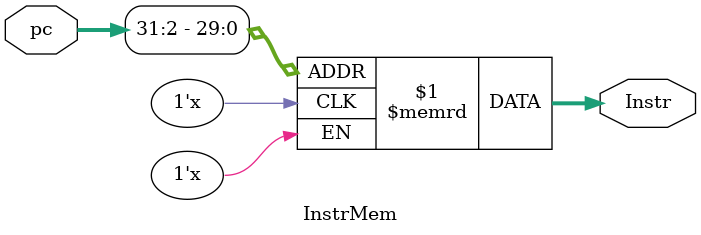
<source format=v>
module InstrMem (
    input wire [31:0] pc,
    output reg [31:0] Instr
);
    reg [31:0]mem[63:0];
    assign Instr = mem[pc[31:2]]; // Assuming pc is word-aligned
endmodule

</source>
